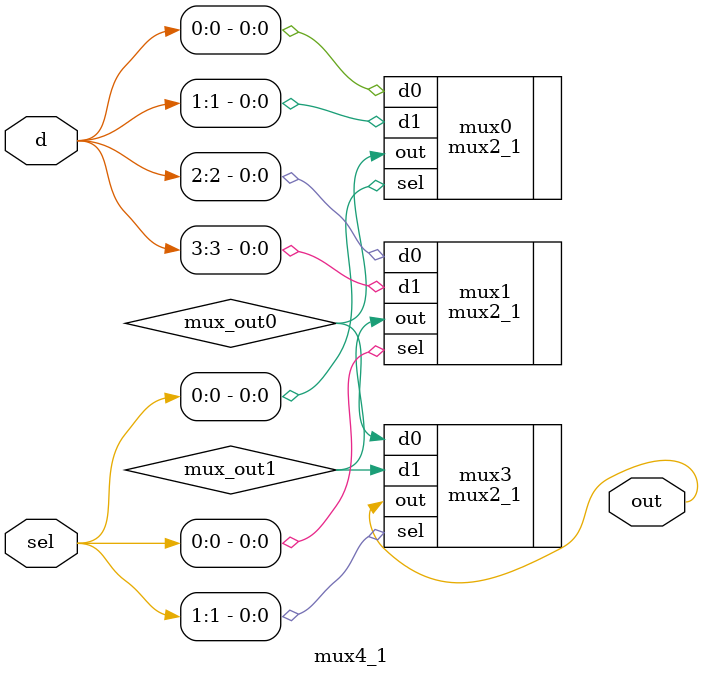
<source format=sv>
module mux4_1 (out, d, sel);
	input logic [1:0] sel;
	input logic [3:0] d;
	output logic out;
	
	logic mux_out0, mux_out1;
	
	mux2_1 mux0 (.out(mux_out0), .d0(d[0]), .d1(d[1]), .sel(sel[0]));
	mux2_1 mux1 (.out(mux_out1), .d0(d[2]), .d1(d[3]), .sel(sel[0]));
	
	mux2_1 mux3 (.out, .d0(mux_out0), .d1(mux_out1), .sel(sel[1]));
	
endmodule 
</source>
